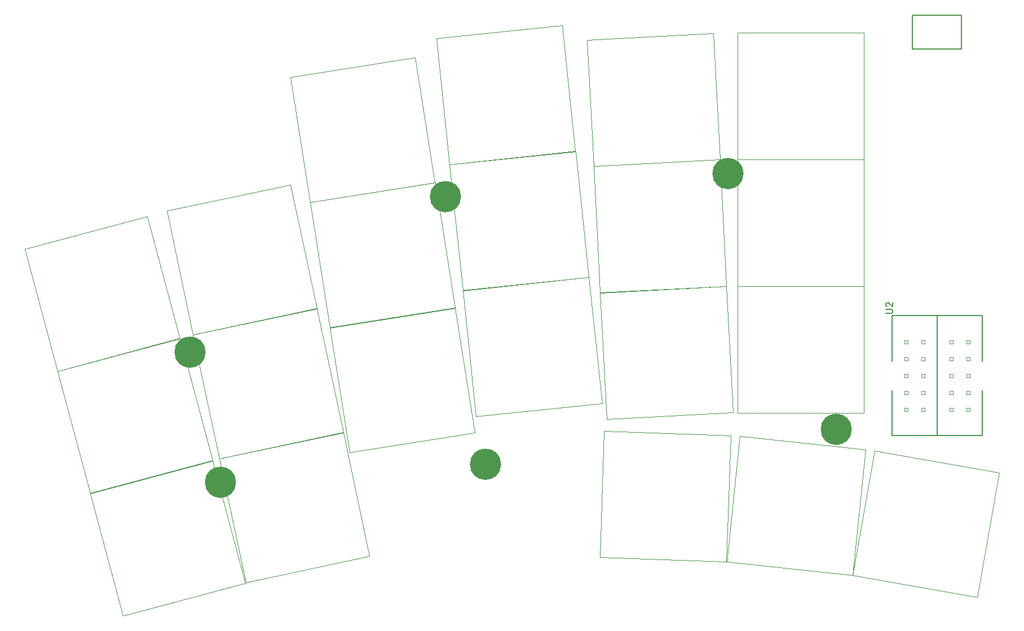
<source format=gbr>
%TF.GenerationSoftware,KiCad,Pcbnew,(6.0.0-0)*%
%TF.CreationDate,2022-02-26T00:55:27+07:00*%
%TF.ProjectId,Shrimp42-mirrored-rev2,53687269-6d70-4343-922d-6d6972726f72,rev?*%
%TF.SameCoordinates,Original*%
%TF.FileFunction,OtherDrawing,Comment*%
%FSLAX46Y46*%
G04 Gerber Fmt 4.6, Leading zero omitted, Abs format (unit mm)*
G04 Created by KiCad (PCBNEW (6.0.0-0)) date 2022-02-26 00:55:27*
%MOMM*%
%LPD*%
G01*
G04 APERTURE LIST*
%ADD10C,0.150000*%
%ADD11C,0.120000*%
%ADD12C,0.066040*%
%ADD13C,0.203200*%
%ADD14C,0.200000*%
%ADD15C,4.700000*%
G04 APERTURE END LIST*
D10*
%TO.C,U2*%
X143086157Y-59940157D02*
X143895681Y-59940157D01*
X143990919Y-59892538D01*
X144038538Y-59844919D01*
X144086157Y-59749681D01*
X144086157Y-59559205D01*
X144038538Y-59463967D01*
X143990919Y-59416348D01*
X143895681Y-59368729D01*
X143086157Y-59368729D01*
X143181396Y-58940157D02*
X143133777Y-58892538D01*
X143086157Y-58797300D01*
X143086157Y-58559205D01*
X143133777Y-58463967D01*
X143181396Y-58416348D01*
X143276634Y-58368729D01*
X143371872Y-58368729D01*
X143514729Y-58416348D01*
X144086157Y-58987776D01*
X144086157Y-58368729D01*
D11*
%TO.C,K-3-4*%
X121128939Y-78428036D02*
X140024855Y-80414076D01*
X119142899Y-97323952D02*
X121128939Y-78428036D01*
X138038815Y-99309992D02*
X119142899Y-97323952D01*
X140024855Y-80414076D02*
X138038815Y-99309992D01*
%TO.C,K-0-0*%
X13763667Y-50352773D02*
X32116257Y-45435211D01*
X37033819Y-63787801D02*
X18681229Y-68705363D01*
X32116257Y-45435211D02*
X37033819Y-63787801D01*
X18681229Y-68705363D02*
X13763667Y-50352773D01*
%TO.C,K-0-3*%
X94456242Y-16695719D02*
X96442282Y-35591635D01*
X75560326Y-18681759D02*
X94456242Y-16695719D01*
X77546366Y-37577675D02*
X75560326Y-18681759D01*
X96442282Y-35591635D02*
X77546366Y-37577675D01*
%TO.C,K-0-4*%
X117138911Y-17865139D02*
X118133294Y-36839100D01*
X99159333Y-37833483D02*
X98164950Y-18859522D01*
X98164950Y-18859522D02*
X117138911Y-17865139D01*
X118133294Y-36839100D02*
X99159333Y-37833483D01*
%TO.C,K-0-1*%
X39022762Y-63153742D02*
X35072440Y-44568938D01*
X53657244Y-40618616D02*
X57607566Y-59203420D01*
X57607566Y-59203420D02*
X39022762Y-63153742D01*
X35072440Y-44568938D02*
X53657244Y-40618616D01*
%TO.C,K-0-2*%
X53623163Y-24509322D02*
X72389242Y-21537067D01*
X56595418Y-43275401D02*
X53623163Y-24509322D01*
X72389242Y-21537067D02*
X75361497Y-40303146D01*
X75361497Y-40303146D02*
X56595418Y-43275401D01*
%TO.C,K-0-5*%
X139754226Y-17809828D02*
X139754226Y-36809828D01*
X120754226Y-36809828D02*
X120754226Y-17809828D01*
X120754226Y-17809828D02*
X139754226Y-17809828D01*
X139754226Y-36809828D02*
X120754226Y-36809828D01*
%TO.C,K-1-0*%
X41954620Y-82077748D02*
X23602030Y-86995310D01*
X37037058Y-63725158D02*
X41954620Y-82077748D01*
X18684468Y-68642720D02*
X37037058Y-63725158D01*
X23602030Y-86995310D02*
X18684468Y-68642720D01*
%TO.C,K-1-1*%
X42983481Y-81787461D02*
X39033159Y-63202657D01*
X61568285Y-77837139D02*
X42983481Y-81787461D01*
X57617963Y-59252335D02*
X61568285Y-77837139D01*
X39033159Y-63202657D02*
X57617963Y-59252335D01*
%TO.C,K-1-2*%
X75369318Y-40352528D02*
X78341573Y-59118607D01*
X56603239Y-43324783D02*
X75369318Y-40352528D01*
X78341573Y-59118607D02*
X59575494Y-62090862D01*
X59575494Y-62090862D02*
X56603239Y-43324783D01*
%TO.C,K-1-3*%
X79537633Y-56523313D02*
X77551593Y-37627397D01*
X96447509Y-35641357D02*
X98433549Y-54537273D01*
X98433549Y-54537273D02*
X79537633Y-56523313D01*
X77551593Y-37627397D02*
X96447509Y-35641357D01*
%TO.C,K-1-4*%
X100156330Y-56857378D02*
X99161947Y-37883417D01*
X99161947Y-37883417D02*
X118135908Y-36889034D01*
X119130291Y-55862995D02*
X100156330Y-56857378D01*
X118135908Y-36889034D02*
X119130291Y-55862995D01*
%TO.C,K-1-5*%
X139754234Y-55859839D02*
X120754234Y-55859839D01*
X120754234Y-36859839D02*
X139754234Y-36859839D01*
X139754234Y-36859839D02*
X139754234Y-55859839D01*
X120754234Y-55859839D02*
X120754234Y-36859839D01*
%TO.C,K-2-0*%
X23614970Y-87043606D02*
X41967560Y-82126044D01*
X41967560Y-82126044D02*
X46885122Y-100478634D01*
X46885122Y-100478634D02*
X28532532Y-105396196D01*
X28532532Y-105396196D02*
X23614970Y-87043606D01*
%TO.C,K-2-1*%
X42993874Y-81836368D02*
X61578678Y-77886046D01*
X61578678Y-77886046D02*
X65529000Y-96470850D01*
X46944196Y-100421172D02*
X42993874Y-81836368D01*
X65529000Y-96470850D02*
X46944196Y-100421172D01*
%TO.C,K-2-2*%
X81321648Y-77934069D02*
X62555569Y-80906324D01*
X78349393Y-59167990D02*
X81321648Y-77934069D01*
X62555569Y-80906324D02*
X59583314Y-62140245D01*
X59583314Y-62140245D02*
X78349393Y-59167990D01*
%TO.C,K-2-3*%
X81528903Y-75468962D02*
X79542863Y-56573046D01*
X98438779Y-54587006D02*
X100424819Y-73482922D01*
X79542863Y-56573046D02*
X98438779Y-54587006D01*
X100424819Y-73482922D02*
X81528903Y-75468962D01*
%TO.C,K-2-4*%
X120127286Y-74886884D02*
X101153325Y-75881267D01*
X101153325Y-75881267D02*
X100158942Y-56907306D01*
X119132903Y-55912923D02*
X120127286Y-74886884D01*
X100158942Y-56907306D02*
X119132903Y-55912923D01*
%TO.C,K-2-5*%
X120754233Y-74909837D02*
X120754233Y-55909837D01*
X139754233Y-74909837D02*
X120754233Y-74909837D01*
X120754233Y-55909837D02*
X139754233Y-55909837D01*
X139754233Y-55909837D02*
X139754233Y-74909837D01*
%TO.C,K-3-3*%
X100761263Y-77643251D02*
X119749689Y-78306341D01*
X100098173Y-96631677D02*
X100761263Y-77643251D01*
X119749689Y-78306341D02*
X119086599Y-97294767D01*
X119086599Y-97294767D02*
X100098173Y-96631677D01*
%TO.C,K-3-5*%
X141377856Y-80663678D02*
X160089203Y-83962993D01*
X160089203Y-83962993D02*
X156789888Y-102674340D01*
X156789888Y-102674340D02*
X138078541Y-99375025D01*
X138078541Y-99375025D02*
X141377856Y-80663678D01*
D12*
%TO.C,J1*%
X145850324Y-69596156D02*
X145850324Y-69088156D01*
D13*
X143975804Y-60342936D02*
X150772844Y-60342936D01*
D12*
X145850324Y-72136156D02*
X146358324Y-72136156D01*
X148390324Y-71628156D02*
X148898324Y-71628156D01*
X146358324Y-72136156D02*
X146358324Y-71628156D01*
D13*
X143975804Y-78341376D02*
X150772844Y-78341376D01*
D12*
X148898324Y-67056156D02*
X148898324Y-66548156D01*
X148390324Y-67056156D02*
X148898324Y-67056156D01*
X145850324Y-67056156D02*
X146358324Y-67056156D01*
X148898324Y-72136156D02*
X148898324Y-71628156D01*
X148898324Y-74676156D02*
X148898324Y-74168156D01*
X148390324Y-64516156D02*
X148898324Y-64516156D01*
D13*
X143975804Y-78341376D02*
X143975804Y-71541796D01*
D12*
X148390324Y-74676156D02*
X148390324Y-74168156D01*
X146358324Y-72136156D02*
X146358324Y-71628156D01*
X148390324Y-72136156D02*
X148898324Y-72136156D01*
X145850324Y-64008156D02*
X146358324Y-64008156D01*
X148390324Y-74168156D02*
X148898324Y-74168156D01*
X148390324Y-69596156D02*
X148898324Y-69596156D01*
X148898324Y-72136156D02*
X148898324Y-71628156D01*
X145850324Y-74168156D02*
X146358324Y-74168156D01*
X146358324Y-69596156D02*
X146358324Y-69088156D01*
X145850324Y-72136156D02*
X145850324Y-71628156D01*
X145850324Y-64516156D02*
X146358324Y-64516156D01*
X145850324Y-66548156D02*
X146358324Y-66548156D01*
X148390324Y-72136156D02*
X148390324Y-71628156D01*
X148390324Y-72136156D02*
X148390324Y-71628156D01*
X148390324Y-69088156D02*
X148898324Y-69088156D01*
X148390324Y-74676156D02*
X148898324Y-74676156D01*
X145850324Y-72136156D02*
X145850324Y-71628156D01*
X145850324Y-71628156D02*
X146358324Y-71628156D01*
X148390324Y-64516156D02*
X148390324Y-64008156D01*
X148390324Y-72136156D02*
X148898324Y-72136156D01*
X145850324Y-74676156D02*
X146358324Y-74676156D01*
X146358324Y-74676156D02*
X146358324Y-74168156D01*
X146358324Y-64516156D02*
X146358324Y-64008156D01*
D13*
X143975804Y-60342936D02*
X143975804Y-67142516D01*
D12*
X148390324Y-66548156D02*
X148898324Y-66548156D01*
X145850324Y-69088156D02*
X146358324Y-69088156D01*
X145850324Y-67056156D02*
X145850324Y-66548156D01*
X148390324Y-67056156D02*
X148390324Y-66548156D01*
X148898324Y-64516156D02*
X148898324Y-64008156D01*
X145850324Y-69596156D02*
X146358324Y-69596156D01*
X148390324Y-71628156D02*
X148898324Y-71628156D01*
X148898324Y-69596156D02*
X148898324Y-69088156D01*
X145850324Y-71628156D02*
X146358324Y-71628156D01*
X145850324Y-74676156D02*
X145850324Y-74168156D01*
X148390324Y-64008156D02*
X148898324Y-64008156D01*
X145850324Y-64516156D02*
X145850324Y-64008156D01*
D13*
X150772844Y-60342936D02*
X150772844Y-78341376D01*
D12*
X146358324Y-67056156D02*
X146358324Y-66548156D01*
X145850324Y-72136156D02*
X146358324Y-72136156D01*
X148390324Y-69596156D02*
X148390324Y-69088156D01*
D14*
%TO.C,U1*%
X147018730Y-15194905D02*
X147018730Y-20274905D01*
X154384730Y-20274905D02*
X154384730Y-15194905D01*
X147018730Y-20274905D02*
X154384730Y-20274905D01*
X154384730Y-15194905D02*
X147018730Y-15194905D01*
D12*
%TO.C,J2*%
X152606730Y-69596156D02*
X152606730Y-69088156D01*
X155654730Y-69596156D02*
X155146730Y-69596156D01*
X153114730Y-64516156D02*
X153114730Y-64008156D01*
X155654730Y-69088156D02*
X155146730Y-69088156D01*
X153114730Y-69596156D02*
X152606730Y-69596156D01*
X153114730Y-64008156D02*
X152606730Y-64008156D01*
X153114730Y-74676156D02*
X153114730Y-74168156D01*
X155654730Y-67056156D02*
X155146730Y-67056156D01*
X153114730Y-64516156D02*
X152606730Y-64516156D01*
X153114730Y-71628156D02*
X152606730Y-71628156D01*
D13*
X157529250Y-60342936D02*
X150732210Y-60342936D01*
D12*
X153114730Y-74676156D02*
X152606730Y-74676156D01*
X155654730Y-72136156D02*
X155654730Y-71628156D01*
X153114730Y-72136156D02*
X152606730Y-72136156D01*
X153114730Y-71628156D02*
X152606730Y-71628156D01*
X155654730Y-64516156D02*
X155146730Y-64516156D01*
X155654730Y-67056156D02*
X155654730Y-66548156D01*
D13*
X157529250Y-78341376D02*
X150732210Y-78341376D01*
D12*
X153114730Y-74168156D02*
X152606730Y-74168156D01*
X155654730Y-64516156D02*
X155654730Y-64008156D01*
X155146730Y-72136156D02*
X155146730Y-71628156D01*
X152606730Y-74676156D02*
X152606730Y-74168156D01*
D13*
X157529250Y-60342936D02*
X157529250Y-67142516D01*
D12*
X155654730Y-72136156D02*
X155146730Y-72136156D01*
X155146730Y-74676156D02*
X155146730Y-74168156D01*
X155146730Y-64516156D02*
X155146730Y-64008156D01*
X152606730Y-64516156D02*
X152606730Y-64008156D01*
X155146730Y-67056156D02*
X155146730Y-66548156D01*
X153114730Y-66548156D02*
X152606730Y-66548156D01*
D13*
X150732210Y-60342936D02*
X150732210Y-78341376D01*
D12*
X155654730Y-71628156D02*
X155146730Y-71628156D01*
X153114730Y-72136156D02*
X153114730Y-71628156D01*
X155146730Y-69596156D02*
X155146730Y-69088156D01*
X153114730Y-67056156D02*
X152606730Y-67056156D01*
X155654730Y-71628156D02*
X155146730Y-71628156D01*
X155654730Y-69596156D02*
X155654730Y-69088156D01*
X155654730Y-74168156D02*
X155146730Y-74168156D01*
X153114730Y-67056156D02*
X153114730Y-66548156D01*
D13*
X157529250Y-78341376D02*
X157529250Y-71541796D01*
D12*
X155654730Y-74676156D02*
X155146730Y-74676156D01*
X155146730Y-72136156D02*
X155146730Y-71628156D01*
X155654730Y-72136156D02*
X155654730Y-71628156D01*
X155654730Y-72136156D02*
X155146730Y-72136156D01*
X153114730Y-69088156D02*
X152606730Y-69088156D01*
X152606730Y-67056156D02*
X152606730Y-66548156D01*
X152606730Y-72136156D02*
X152606730Y-71628156D01*
X152606730Y-72136156D02*
X152606730Y-71628156D01*
X153114730Y-69596156D02*
X153114730Y-69088156D01*
X155654730Y-74676156D02*
X155654730Y-74168156D01*
X153114730Y-72136156D02*
X152606730Y-72136156D01*
X153114730Y-72136156D02*
X153114730Y-71628156D01*
X155654730Y-66548156D02*
X155146730Y-66548156D01*
X155654730Y-64008156D02*
X155146730Y-64008156D01*
%TD*%
D15*
%TO.C,Ref\u002A\u002A6*%
X135583880Y-77369010D03*
%TD*%
%TO.C,Ref\u002A\u002A2*%
X119383875Y-38969011D03*
%TD*%
%TO.C,Ref\u002A\u002A1*%
X76914729Y-42468954D03*
%TD*%
%TO.C,Ref\u002A\u002A5*%
X82949128Y-82653554D03*
%TD*%
%TO.C,Ref\u002A\u002A3*%
X38560726Y-65786156D03*
%TD*%
%TO.C,Ref\u002A\u002A4*%
X43183530Y-85394954D03*
%TD*%
M02*

</source>
